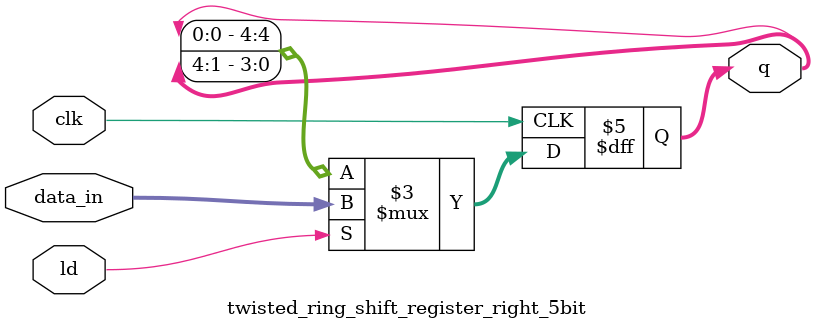
<source format=v>
module twisted_ring_shift_register_right_5bit(
    output reg [4:0] q,
    input wire clk,
    input wire ld,
    input wire [4:0] data_in
);
    always @(posedge clk) begin
        if (ld) begin
            q <= data_in; // Carrega data_in em todos os estágios
        end else begin
            q <= {q[0], q[4:1]}; // Desloca para a direita circularmente com twist
        end
    end
endmodule

</source>
